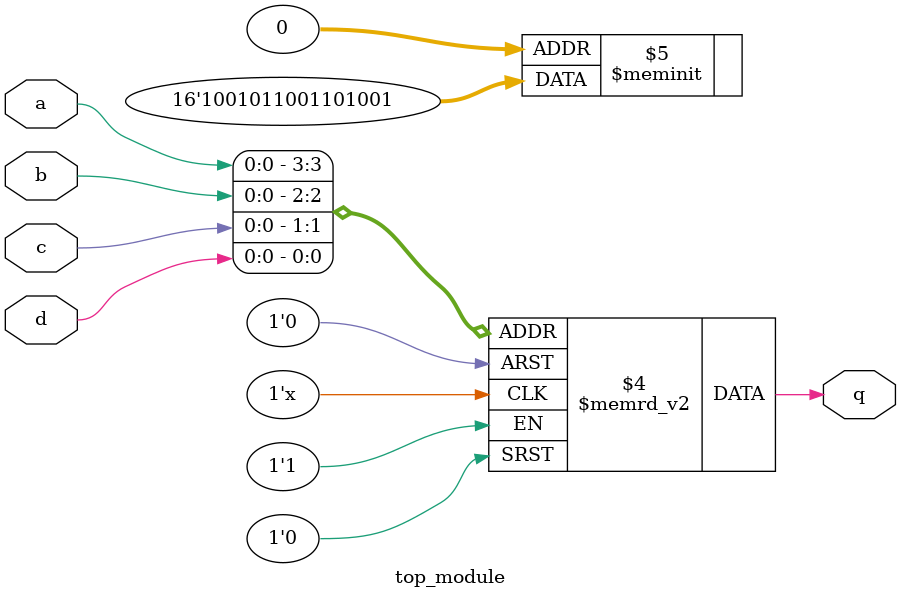
<source format=sv>
module top_module (
    input a, 
    input b, 
    input c, 
    input d,
    output reg q
);
    always @(*) begin
        case ({a, b, c, d})
            4'b0000: q = 1;
            4'b0001: q = 0;
            4'b0010: q = 0;
            4'b0011: q = 1;
            4'b0100: q = 0;
            4'b0101: q = 1;
            4'b0110: q = 1;
            4'b0111: q = 0;
            4'b1000: q = 0;
            4'b1001: q = 1;
            4'b1010: q = 1;
            4'b1011: q = 0;
            4'b1100: q = 1;
            4'b1101: q = 0;
            4'b1110: q = 0;
            4'b1111: q = 1;
            default: q = 0;
        endcase
    end
endmodule

</source>
